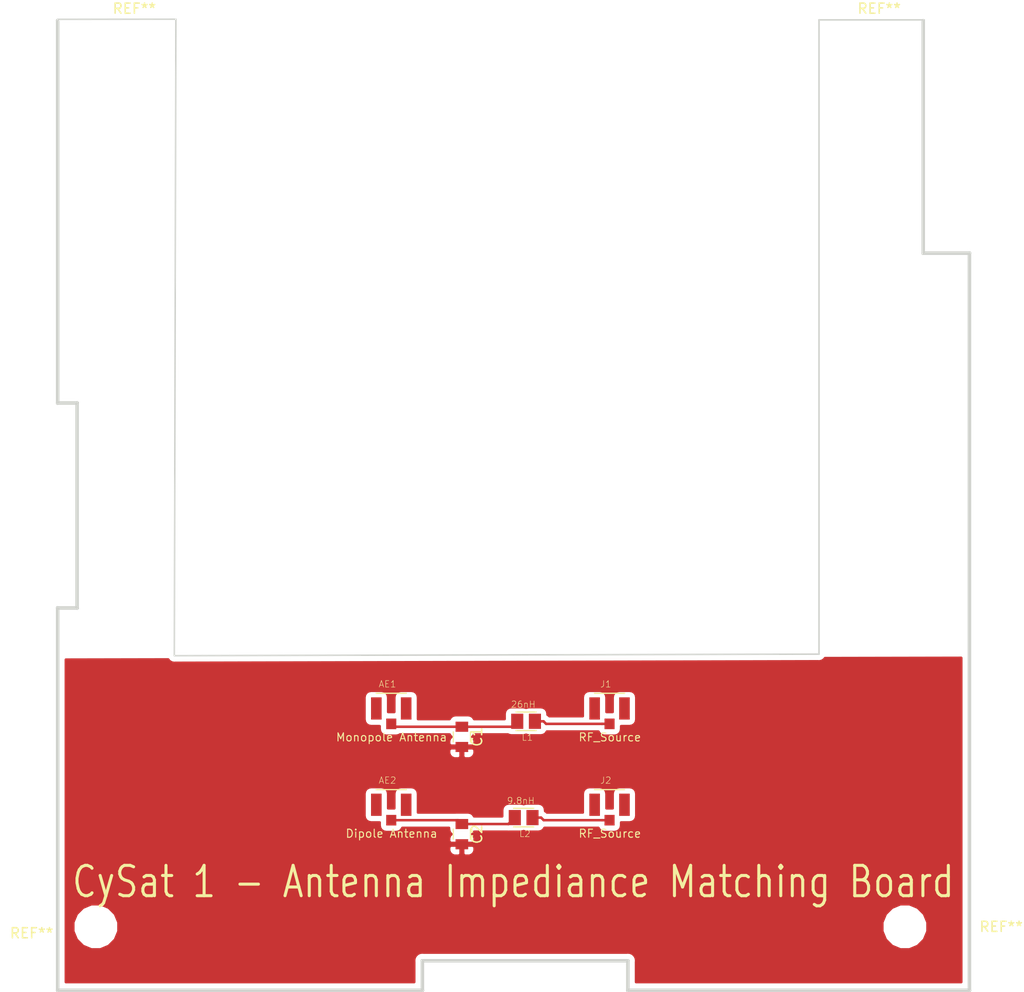
<source format=kicad_pcb>
(kicad_pcb (version 20171130) (host pcbnew 5.0.0)

  (general
    (thickness 1.6)
    (drawings 279)
    (tracks 18)
    (zones 0)
    (modules 12)
    (nets 6)
  )

  (page A4)
  (layers
    (0 F.Cu signal)
    (31 B.Cu signal)
    (32 B.Adhes user)
    (33 F.Adhes user)
    (34 B.Paste user)
    (35 F.Paste user)
    (36 B.SilkS user)
    (37 F.SilkS user)
    (38 B.Mask user)
    (39 F.Mask user)
    (40 Dwgs.User user)
    (41 Cmts.User user)
    (42 Eco1.User user)
    (43 Eco2.User user)
    (44 Edge.Cuts user)
    (45 Margin user)
    (46 B.CrtYd user)
    (47 F.CrtYd user)
    (48 B.Fab user)
    (49 F.Fab user)
  )

  (setup
    (last_trace_width 0.25)
    (trace_clearance 0.2032)
    (zone_clearance 0.508)
    (zone_45_only no)
    (trace_min 0.2)
    (segment_width 0.2)
    (edge_width 0.15)
    (via_size 0.508)
    (via_drill 0.4318)
    (via_min_size 0.4)
    (via_min_drill 0.3)
    (uvia_size 0.254)
    (uvia_drill 0.1)
    (uvias_allowed no)
    (uvia_min_size 0)
    (uvia_min_drill 0)
    (pcb_text_width 0.3)
    (pcb_text_size 1.5 1.5)
    (mod_edge_width 0.15)
    (mod_text_size 1 1)
    (mod_text_width 0.15)
    (pad_size 0.5 0.375)
    (pad_drill 0)
    (pad_to_mask_clearance 0.2)
    (aux_axis_origin 0 0)
    (visible_elements FFFFFF7F)
    (pcbplotparams
      (layerselection 0x010f8_ffffffff)
      (usegerberextensions true)
      (usegerberattributes false)
      (usegerberadvancedattributes false)
      (creategerberjobfile false)
      (excludeedgelayer true)
      (linewidth 0.100000)
      (plotframeref false)
      (viasonmask false)
      (mode 1)
      (useauxorigin false)
      (hpglpennumber 1)
      (hpglpenspeed 20)
      (hpglpendiameter 15.000000)
      (psnegative false)
      (psa4output false)
      (plotreference true)
      (plotvalue true)
      (plotinvisibletext false)
      (padsonsilk true)
      (subtractmaskfromsilk false)
      (outputformat 1)
      (mirror false)
      (drillshape 0)
      (scaleselection 1)
      (outputdirectory "gerber/"))
  )

  (net 0 "")
  (net 1 GND)
  (net 2 "Net-(AE1-Pad1)")
  (net 3 "Net-(AE2-Pad1)")
  (net 4 "Net-(J1-Pad1)")
  (net 5 "Net-(J2-Pad1)")

  (net_class Default "This is the default net class."
    (clearance 0.2032)
    (trace_width 0.25)
    (via_dia 0.508)
    (via_drill 0.4318)
    (uvia_dia 0.254)
    (uvia_drill 0.1)
    (add_net GND)
    (add_net "Net-(AE1-Pad1)")
    (add_net "Net-(AE2-Pad1)")
    (add_net "Net-(J1-Pad1)")
    (add_net "Net-(J2-Pad1)")
  )

  (module Mounting_Holes:MountingHole_3.2mm_M3 (layer F.Cu) (tedit 56D1B4CB) (tstamp 5B3688B3)
    (at 113.03 53.34)
    (descr "Mounting Hole 3.2mm, no annular, M3")
    (tags "mounting hole 3.2mm no annular m3")
    (attr virtual)
    (fp_text reference REF** (at 0 -5.08) (layer F.SilkS)
      (effects (font (size 1 1) (thickness 0.15)))
    )
    (fp_text value MountingHole_3.2mm_M3 (at 0 4.2) (layer F.Fab)
      (effects (font (size 1 1) (thickness 0.15)))
    )
    (fp_text user %R (at 0.3 0) (layer F.Fab)
      (effects (font (size 1 1) (thickness 0.15)))
    )
    (fp_circle (center 0 0) (end 3.2 0) (layer Cmts.User) (width 0.15))
    (fp_circle (center 0 0) (end 3.45 0) (layer F.CrtYd) (width 0.05))
    (pad 1 np_thru_hole circle (at 0 0) (size 3.2 3.2) (drill 3.2) (layers *.Cu *.Mask))
  )

  (module Mounting_Holes:MountingHole_3.2mm_M3 (layer F.Cu) (tedit 56D1B4CB) (tstamp 5B9D6C4D)
    (at 186.69 53.34)
    (descr "Mounting Hole 3.2mm, no annular, M3")
    (tags "mounting hole 3.2mm no annular m3")
    (attr virtual)
    (fp_text reference REF** (at 0 -5.08) (layer F.SilkS)
      (effects (font (size 1 1) (thickness 0.15)))
    )
    (fp_text value MountingHole_3.2mm_M3 (at 0 4.2) (layer F.Fab)
      (effects (font (size 1 1) (thickness 0.15)))
    )
    (fp_text user %R (at 0.3 0) (layer F.Fab)
      (effects (font (size 1 1) (thickness 0.15)))
    )
    (fp_circle (center 0 0) (end 3.2 0) (layer Cmts.User) (width 0.15))
    (fp_circle (center 0 0) (end 3.45 0) (layer F.CrtYd) (width 0.05))
    (pad 1 np_thru_hole circle (at 0 0) (size 3.2 3.2) (drill 3.2) (layers *.Cu *.Mask))
  )

  (module Mounting_Holes:MountingHole_3.2mm_M3 (layer F.Cu) (tedit 56D1B4CB) (tstamp 5B36892E)
    (at 109.22 139.07)
    (descr "Mounting Hole 3.2mm, no annular, M3")
    (tags "mounting hole 3.2mm no annular m3")
    (attr virtual)
    (fp_text reference REF** (at -6.35 0.63) (layer F.SilkS)
      (effects (font (size 1 1) (thickness 0.15)))
    )
    (fp_text value MountingHole_3.2mm_M3 (at 0 4.2) (layer F.Fab)
      (effects (font (size 1 1) (thickness 0.15)))
    )
    (fp_text user %R (at 0.3 0) (layer F.Fab)
      (effects (font (size 1 1) (thickness 0.15)))
    )
    (fp_circle (center 0 0) (end 3.2 0) (layer Cmts.User) (width 0.15))
    (fp_circle (center 0 0) (end 3.45 0) (layer F.CrtYd) (width 0.05))
    (pad 1 np_thru_hole circle (at 0 0) (size 3.2 3.2) (drill 3.2) (layers *.Cu *.Mask))
  )

  (module Mounting_Holes:MountingHole_3.2mm_M3 (layer F.Cu) (tedit 56D1B4CB) (tstamp 5B368931)
    (at 189.23 139.07)
    (descr "Mounting Hole 3.2mm, no annular, M3")
    (tags "mounting hole 3.2mm no annular m3")
    (attr virtual)
    (fp_text reference REF** (at 9.525 -0.005) (layer F.SilkS)
      (effects (font (size 1 1) (thickness 0.15)))
    )
    (fp_text value MountingHole_3.2mm_M3 (at 0 4.2) (layer F.Fab)
      (effects (font (size 1 1) (thickness 0.15)))
    )
    (fp_text user %R (at 0.3 0) (layer F.Fab)
      (effects (font (size 1 1) (thickness 0.15)))
    )
    (fp_circle (center 0 0) (end 3.2 0) (layer Cmts.User) (width 0.15))
    (fp_circle (center 0 0) (end 3.45 0) (layer F.CrtYd) (width 0.05))
    (pad 1 np_thru_hole circle (at 0 0) (size 3.2 3.2) (drill 3.2) (layers *.Cu *.Mask))
  )

  (module 1909763-1:TE_1909763-1 (layer F.Cu) (tedit 5B9D6A6C) (tstamp 5B6003F1)
    (at 138.43 117.475)
    (path /5B5FCE66)
    (attr smd)
    (fp_text reference AE1 (at -0.375082 -2.41076) (layer F.SilkS)
      (effects (font (size 0.641159 0.641159) (thickness 0.05)))
    )
    (fp_text value "Monopole Antenna" (at 0.032067 2.84966) (layer F.SilkS)
      (effects (font (size 0.8 0.8) (thickness 0.1)))
    )
    (fp_line (start -1.5 -1.5) (end 1.5 -1.5) (layer F.SilkS) (width 0.127))
    (fp_line (start 1.5 -1.5) (end 1.5 1.5) (layer Dwgs.User) (width 0.127))
    (fp_line (start 1.5 1.5) (end -1.5 1.5) (layer Dwgs.User) (width 0.127))
    (fp_line (start -1.5 1.5) (end -1.5 -1.5) (layer Dwgs.User) (width 0.127))
    (fp_line (start -2.25 -1.75) (end 2.25 -1.75) (layer Eco1.User) (width 0.05))
    (fp_line (start 2.25 -1.75) (end 2.25 2.28) (layer Eco1.User) (width 0.05))
    (fp_line (start 2.25 2.28) (end -2.25 2.28) (layer Eco1.User) (width 0.05))
    (fp_line (start -2.25 2.28) (end -2.25 -1.75) (layer Eco1.User) (width 0.05))
    (pad 2 smd rect (at -1.475 0) (size 1.05 2.2) (layers F.Cu F.Paste F.Mask))
    (pad 3 smd rect (at 1.475 0) (size 1.05 2.2) (layers F.Cu F.Paste F.Mask))
    (pad 1 smd rect (at 0 1.525) (size 1 1.05) (layers F.Cu F.Paste F.Mask)
      (net 2 "Net-(AE1-Pad1)"))
  )

  (module 1909763-1:TE_1909763-1 (layer F.Cu) (tedit 5B9D6A7C) (tstamp 5B600400)
    (at 138.43 127)
    (path /5B5FCA24)
    (attr smd)
    (fp_text reference AE2 (at -0.375082 -2.41076) (layer F.SilkS)
      (effects (font (size 0.641159 0.641159) (thickness 0.05)))
    )
    (fp_text value "Dipole Antenna" (at 0.032067 2.84966) (layer F.SilkS)
      (effects (font (size 0.8 0.8) (thickness 0.1)))
    )
    (fp_line (start -1.5 -1.5) (end 1.5 -1.5) (layer F.SilkS) (width 0.127))
    (fp_line (start 1.5 -1.5) (end 1.5 1.5) (layer Dwgs.User) (width 0.127))
    (fp_line (start 1.5 1.5) (end -1.5 1.5) (layer Dwgs.User) (width 0.127))
    (fp_line (start -1.5 1.5) (end -1.5 -1.5) (layer Dwgs.User) (width 0.127))
    (fp_line (start -2.25 -1.75) (end 2.25 -1.75) (layer Eco1.User) (width 0.05))
    (fp_line (start 2.25 -1.75) (end 2.25 2.28) (layer Eco1.User) (width 0.05))
    (fp_line (start 2.25 2.28) (end -2.25 2.28) (layer Eco1.User) (width 0.05))
    (fp_line (start -2.25 2.28) (end -2.25 -1.75) (layer Eco1.User) (width 0.05))
    (pad 2 smd rect (at -1.475 0) (size 1.05 2.2) (layers F.Cu F.Paste F.Mask))
    (pad 3 smd rect (at 1.475 0) (size 1.05 2.2) (layers F.Cu F.Paste F.Mask))
    (pad 1 smd rect (at 0 1.525) (size 1 1.05) (layers F.Cu F.Paste F.Mask)
      (net 3 "Net-(AE2-Pad1)"))
  )

  (module Capacitors_SMD:C_0805 (layer F.Cu) (tedit 58AA8463) (tstamp 5B600411)
    (at 145.415 120.285 270)
    (descr "Capacitor SMD 0805, reflow soldering, AVX (see smccp.pdf)")
    (tags "capacitor 0805")
    (path /5B5FCE60)
    (attr smd)
    (fp_text reference C1 (at 0 -1.5 270) (layer F.SilkS)
      (effects (font (size 1 1) (thickness 0.15)))
    )
    (fp_text value 1pF (at 0 1.75 270) (layer F.Fab)
      (effects (font (size 1 1) (thickness 0.15)))
    )
    (fp_line (start 1.75 0.87) (end -1.75 0.87) (layer F.CrtYd) (width 0.05))
    (fp_line (start 1.75 0.87) (end 1.75 -0.88) (layer F.CrtYd) (width 0.05))
    (fp_line (start -1.75 -0.88) (end -1.75 0.87) (layer F.CrtYd) (width 0.05))
    (fp_line (start -1.75 -0.88) (end 1.75 -0.88) (layer F.CrtYd) (width 0.05))
    (fp_line (start -0.5 0.85) (end 0.5 0.85) (layer F.SilkS) (width 0.12))
    (fp_line (start 0.5 -0.85) (end -0.5 -0.85) (layer F.SilkS) (width 0.12))
    (fp_line (start -1 -0.62) (end 1 -0.62) (layer F.Fab) (width 0.1))
    (fp_line (start 1 -0.62) (end 1 0.62) (layer F.Fab) (width 0.1))
    (fp_line (start 1 0.62) (end -1 0.62) (layer F.Fab) (width 0.1))
    (fp_line (start -1 0.62) (end -1 -0.62) (layer F.Fab) (width 0.1))
    (fp_text user %R (at 0 -1.5 270) (layer F.Fab)
      (effects (font (size 1 1) (thickness 0.15)))
    )
    (pad 2 smd rect (at 1 0 270) (size 1 1.25) (layers F.Cu F.Paste F.Mask)
      (net 1 GND))
    (pad 1 smd rect (at -1 0 270) (size 1 1.25) (layers F.Cu F.Paste F.Mask)
      (net 2 "Net-(AE1-Pad1)"))
    (model Capacitors_SMD.3dshapes/C_0805.wrl
      (at (xyz 0 0 0))
      (scale (xyz 1 1 1))
      (rotate (xyz 0 0 0))
    )
  )

  (module Capacitors_SMD:C_0805 (layer F.Cu) (tedit 58AA8463) (tstamp 5B600422)
    (at 145.415 129.905 270)
    (descr "Capacitor SMD 0805, reflow soldering, AVX (see smccp.pdf)")
    (tags "capacitor 0805")
    (path /5B5FC9B2)
    (attr smd)
    (fp_text reference C2 (at 0 -1.5 270) (layer F.SilkS)
      (effects (font (size 1 1) (thickness 0.15)))
    )
    (fp_text value 1pF (at 0 1.75 270) (layer F.Fab)
      (effects (font (size 1 1) (thickness 0.15)))
    )
    (fp_text user %R (at 0 -1.5 270) (layer F.Fab)
      (effects (font (size 1 1) (thickness 0.15)))
    )
    (fp_line (start -1 0.62) (end -1 -0.62) (layer F.Fab) (width 0.1))
    (fp_line (start 1 0.62) (end -1 0.62) (layer F.Fab) (width 0.1))
    (fp_line (start 1 -0.62) (end 1 0.62) (layer F.Fab) (width 0.1))
    (fp_line (start -1 -0.62) (end 1 -0.62) (layer F.Fab) (width 0.1))
    (fp_line (start 0.5 -0.85) (end -0.5 -0.85) (layer F.SilkS) (width 0.12))
    (fp_line (start -0.5 0.85) (end 0.5 0.85) (layer F.SilkS) (width 0.12))
    (fp_line (start -1.75 -0.88) (end 1.75 -0.88) (layer F.CrtYd) (width 0.05))
    (fp_line (start -1.75 -0.88) (end -1.75 0.87) (layer F.CrtYd) (width 0.05))
    (fp_line (start 1.75 0.87) (end 1.75 -0.88) (layer F.CrtYd) (width 0.05))
    (fp_line (start 1.75 0.87) (end -1.75 0.87) (layer F.CrtYd) (width 0.05))
    (pad 1 smd rect (at -1 0 270) (size 1 1.25) (layers F.Cu F.Paste F.Mask)
      (net 3 "Net-(AE2-Pad1)"))
    (pad 2 smd rect (at 1 0 270) (size 1 1.25) (layers F.Cu F.Paste F.Mask)
      (net 1 GND))
    (model Capacitors_SMD.3dshapes/C_0805.wrl
      (at (xyz 0 0 0))
      (scale (xyz 1 1 1))
      (rotate (xyz 0 0 0))
    )
  )

  (module 1909763-1:TE_1909763-1 (layer F.Cu) (tedit 5B9D6A82) (tstamp 5B600431)
    (at 160.02 117.475)
    (path /5B5FCE7A)
    (attr smd)
    (fp_text reference J1 (at -0.375082 -2.41076) (layer F.SilkS)
      (effects (font (size 0.641159 0.641159) (thickness 0.05)))
    )
    (fp_text value RF_Source (at 0.032067 2.84966) (layer F.SilkS)
      (effects (font (size 0.8 0.8) (thickness 0.1)))
    )
    (fp_line (start -2.25 2.28) (end -2.25 -1.75) (layer Eco1.User) (width 0.05))
    (fp_line (start 2.25 2.28) (end -2.25 2.28) (layer Eco1.User) (width 0.05))
    (fp_line (start 2.25 -1.75) (end 2.25 2.28) (layer Eco1.User) (width 0.05))
    (fp_line (start -2.25 -1.75) (end 2.25 -1.75) (layer Eco1.User) (width 0.05))
    (fp_line (start -1.5 1.5) (end -1.5 -1.5) (layer Dwgs.User) (width 0.127))
    (fp_line (start 1.5 1.5) (end -1.5 1.5) (layer Dwgs.User) (width 0.127))
    (fp_line (start 1.5 -1.5) (end 1.5 1.5) (layer Dwgs.User) (width 0.127))
    (fp_line (start -1.5 -1.5) (end 1.5 -1.5) (layer F.SilkS) (width 0.127))
    (pad 1 smd rect (at 0 1.525) (size 1 1.05) (layers F.Cu F.Paste F.Mask)
      (net 4 "Net-(J1-Pad1)"))
    (pad 3 smd rect (at 1.475 0) (size 1.05 2.2) (layers F.Cu F.Paste F.Mask))
    (pad 2 smd rect (at -1.475 0) (size 1.05 2.2) (layers F.Cu F.Paste F.Mask))
  )

  (module 1909763-1:TE_1909763-1 (layer F.Cu) (tedit 5B9D6A8B) (tstamp 5B600440)
    (at 160.02 127)
    (path /5B5FCB81)
    (attr smd)
    (fp_text reference J2 (at -0.375082 -2.41076) (layer F.SilkS)
      (effects (font (size 0.641159 0.641159) (thickness 0.05)))
    )
    (fp_text value RF_Source (at 0.032067 2.84966) (layer F.SilkS)
      (effects (font (size 0.8 0.8) (thickness 0.1)))
    )
    (fp_line (start -2.25 2.28) (end -2.25 -1.75) (layer Eco1.User) (width 0.05))
    (fp_line (start 2.25 2.28) (end -2.25 2.28) (layer Eco1.User) (width 0.05))
    (fp_line (start 2.25 -1.75) (end 2.25 2.28) (layer Eco1.User) (width 0.05))
    (fp_line (start -2.25 -1.75) (end 2.25 -1.75) (layer Eco1.User) (width 0.05))
    (fp_line (start -1.5 1.5) (end -1.5 -1.5) (layer Dwgs.User) (width 0.127))
    (fp_line (start 1.5 1.5) (end -1.5 1.5) (layer Dwgs.User) (width 0.127))
    (fp_line (start 1.5 -1.5) (end 1.5 1.5) (layer Dwgs.User) (width 0.127))
    (fp_line (start -1.5 -1.5) (end 1.5 -1.5) (layer F.SilkS) (width 0.127))
    (pad 1 smd rect (at 0 1.525) (size 1 1.05) (layers F.Cu F.Paste F.Mask)
      (net 5 "Net-(J2-Pad1)"))
    (pad 3 smd rect (at 1.475 0) (size 1.05 2.2) (layers F.Cu F.Paste F.Mask))
    (pad 2 smd rect (at -1.475 0) (size 1.05 2.2) (layers F.Cu F.Paste F.Mask))
  )

  (module "MLZ2012N6R8LT000 Inductor:INDC2012X125" (layer F.Cu) (tedit 0) (tstamp 5B600452)
    (at 151.765 118.745 180)
    (path /5B5FCE5A)
    (attr smd)
    (fp_text reference L1 (at -0.120171 -1.59728 180) (layer F.SilkS)
      (effects (font (size 0.630821 0.630821) (thickness 0.05)))
    )
    (fp_text value 26nH (at 0.280351 1.66709 180) (layer F.SilkS)
      (effects (font (size 0.63071 0.63071) (thickness 0.05)))
    )
    (fp_line (start -1 0.915) (end 1 0.915) (layer F.SilkS) (width 0.127))
    (fp_line (start -1 -0.915) (end 1 -0.915) (layer F.SilkS) (width 0.127))
    (fp_poly (pts (xy 0.500003 -0.6) (xy 1 -0.6) (xy 1 0.600003) (xy 0.500003 0.600003)) (layer Dwgs.User) (width 0))
    (fp_poly (pts (xy -1.00119 -0.6) (xy -0.5 -0.6) (xy -0.5 0.600713) (xy -1.00119 0.600713)) (layer Dwgs.User) (width 0))
    (fp_line (start -1 0.6) (end -1 -0.6) (layer Dwgs.User) (width 0.127))
    (fp_line (start 1 0.6) (end -1 0.6) (layer Dwgs.User) (width 0.127))
    (fp_line (start 1 -0.6) (end 1 0.6) (layer Dwgs.User) (width 0.127))
    (fp_line (start -1 -0.6) (end 1 -0.6) (layer Dwgs.User) (width 0.127))
    (fp_line (start 1.748 -1.233) (end 1.748 1.233) (layer Eco1.User) (width 0.05))
    (fp_line (start -1.748 1.233) (end -1.748 -1.233) (layer Eco1.User) (width 0.05))
    (fp_line (start 1.748 1.233) (end -1.748 1.233) (layer Eco1.User) (width 0.05))
    (fp_line (start -1.748 -1.233) (end 1.748 -1.233) (layer Eco1.User) (width 0.05))
    (pad 2 smd rect (at 0.875 0 180) (size 1.2 1.5) (layers F.Cu F.Paste F.Mask)
      (net 2 "Net-(AE1-Pad1)"))
    (pad 1 smd rect (at -0.875 0 180) (size 1.2 1.5) (layers F.Cu F.Paste F.Mask)
      (net 4 "Net-(J1-Pad1)"))
  )

  (module "MLZ2012N6R8LT000 Inductor:INDC2012X125" (layer F.Cu) (tedit 0) (tstamp 5B600464)
    (at 151.525 128.27 180)
    (path /5B5FC8DE)
    (attr smd)
    (fp_text reference L2 (at -0.120171 -1.59728 180) (layer F.SilkS)
      (effects (font (size 0.630821 0.630821) (thickness 0.05)))
    )
    (fp_text value 9.8nH (at 0.280351 1.66709 180) (layer F.SilkS)
      (effects (font (size 0.63071 0.63071) (thickness 0.05)))
    )
    (fp_line (start -1.748 -1.233) (end 1.748 -1.233) (layer Eco1.User) (width 0.05))
    (fp_line (start 1.748 1.233) (end -1.748 1.233) (layer Eco1.User) (width 0.05))
    (fp_line (start -1.748 1.233) (end -1.748 -1.233) (layer Eco1.User) (width 0.05))
    (fp_line (start 1.748 -1.233) (end 1.748 1.233) (layer Eco1.User) (width 0.05))
    (fp_line (start -1 -0.6) (end 1 -0.6) (layer Dwgs.User) (width 0.127))
    (fp_line (start 1 -0.6) (end 1 0.6) (layer Dwgs.User) (width 0.127))
    (fp_line (start 1 0.6) (end -1 0.6) (layer Dwgs.User) (width 0.127))
    (fp_line (start -1 0.6) (end -1 -0.6) (layer Dwgs.User) (width 0.127))
    (fp_poly (pts (xy -1.00119 -0.6) (xy -0.5 -0.6) (xy -0.5 0.600713) (xy -1.00119 0.600713)) (layer Dwgs.User) (width 0))
    (fp_poly (pts (xy 0.500003 -0.6) (xy 1 -0.6) (xy 1 0.600003) (xy 0.500003 0.600003)) (layer Dwgs.User) (width 0))
    (fp_line (start -1 -0.915) (end 1 -0.915) (layer F.SilkS) (width 0.127))
    (fp_line (start -1 0.915) (end 1 0.915) (layer F.SilkS) (width 0.127))
    (pad 1 smd rect (at -0.875 0 180) (size 1.2 1.5) (layers F.Cu F.Paste F.Mask)
      (net 5 "Net-(J2-Pad1)"))
    (pad 2 smd rect (at 0.875 0 180) (size 1.2 1.5) (layers F.Cu F.Paste F.Mask)
      (net 3 "Net-(AE2-Pad1)"))
  )

  (gr_text "CySat 1 - Antenna Impediance Matching Board" (at 150.495 134.62) (layer F.SilkS)
    (effects (font (size 3 2.4) (thickness 0.3)))
  )
  (gr_line (start 117.1321 49.3141) (end 105.41 49.3268) (layer Edge.Cuts) (width 0.15))
  (gr_line (start 116.9797 112.2553) (end 117.1321 49.3141) (layer Edge.Cuts) (width 0.15))
  (gr_line (start 180.7337 112.1029) (end 116.9797 112.2553) (layer Edge.Cuts) (width 0.15))
  (gr_line (start 180.7337 49.3776) (end 180.7337 112.1029) (layer Edge.Cuts) (width 0.15))
  (gr_line (start 190.9953 49.3776) (end 180.7337 49.3776) (layer Edge.Cuts) (width 0.15))
  (gr_line (start 161.825 145.422) (end 161.819 145.422) (layer Edge.Cuts) (width 0.2))
  (gr_line (start 195.619 145.422) (end 195.619 145.422) (layer Edge.Cuts) (width 0.2))
  (gr_line (start 191.055 49.382) (end 191.061 49.3843) (layer Edge.Cuts) (width 0.2))
  (gr_line (start 191.061 49.3843) (end 191.068 49.3854) (layer Edge.Cuts) (width 0.2))
  (gr_line (start 107.435 87.2475) (end 107.437 87.2538) (layer Edge.Cuts) (width 0.2))
  (gr_line (start 107.434 87.241) (end 107.435 87.2475) (layer Edge.Cuts) (width 0.2))
  (gr_line (start 191.068 49.3854) (end 191.074 49.3888) (layer Edge.Cuts) (width 0.2))
  (gr_line (start 195.687 72.4338) (end 195.687 72.4404) (layer Edge.Cuts) (width 0.2))
  (gr_line (start 141.531 145.42) (end 141.525 145.422) (layer Edge.Cuts) (width 0.2))
  (gr_line (start 191.074 49.3888) (end 191.08 49.391) (layer Edge.Cuts) (width 0.2))
  (gr_line (start 141.587 145.36) (end 141.585 145.366) (layer Edge.Cuts) (width 0.2))
  (gr_line (start 141.55 145.413) (end 141.544 145.415) (layer Edge.Cuts) (width 0.2))
  (gr_line (start 105.38 87.3102) (end 105.376 87.3051) (layer Edge.Cuts) (width 0.2))
  (gr_line (start 105.384 87.316) (end 105.38 87.3102) (layer Edge.Cuts) (width 0.2))
  (gr_line (start 161.789 145.409) (end 161.783 145.405) (layer Edge.Cuts) (width 0.2))
  (gr_line (start 190.967 72.4338) (end 190.967 49.532) (layer Edge.Cuts) (width 0.2))
  (gr_line (start 105.399 49.3953) (end 105.404 49.391) (layer Edge.Cuts) (width 0.2))
  (gr_line (start 105.393 49.3987) (end 105.399 49.3953) (layer Edge.Cuts) (width 0.2))
  (gr_line (start 107.424 87.2238) (end 107.428 87.2289) (layer Edge.Cuts) (width 0.2))
  (gr_line (start 107.42 87.218) (end 107.424 87.2238) (layer Edge.Cuts) (width 0.2))
  (gr_line (start 105.517 145.272) (end 141.437 145.272) (layer Edge.Cuts) (width 0.2))
  (gr_line (start 105.517 107.612) (end 105.517 145.272) (layer Edge.Cuts) (width 0.2))
  (gr_line (start 161.904 142.401) (end 161.905 142.408) (layer Edge.Cuts) (width 0.2))
  (gr_line (start 161.9 142.395) (end 161.904 142.401) (layer Edge.Cuts) (width 0.2))
  (gr_line (start 161.858 142.355) (end 161.864 142.359) (layer Edge.Cuts) (width 0.2))
  (gr_line (start 161.851 142.354) (end 161.858 142.355) (layer Edge.Cuts) (width 0.2))
  (gr_line (start 161.794 145.413) (end 161.789 145.409) (layer Edge.Cuts) (width 0.2))
  (gr_line (start 141.493 142.354) (end 141.499 142.352) (layer Edge.Cuts) (width 0.2))
  (gr_line (start 141.486 142.355) (end 141.493 142.354) (layer Edge.Cuts) (width 0.2))
  (gr_line (start 105.404 107.471) (end 105.41 107.469) (layer Edge.Cuts) (width 0.2))
  (gr_line (start 105.399 107.475) (end 105.404 107.471) (layer Edge.Cuts) (width 0.2))
  (gr_line (start 191.08 49.391) (end 191.085 49.3953) (layer Edge.Cuts) (width 0.2))
  (gr_line (start 195.684 72.421) (end 195.685 72.4275) (layer Edge.Cuts) (width 0.2))
  (gr_line (start 191.085 49.3953) (end 191.091 49.3987) (layer Edge.Cuts) (width 0.2))
  (gr_line (start 105.416 145.419) (end 105.41 145.415) (layer Edge.Cuts) (width 0.2))
  (gr_line (start 105.376 145.385) (end 105.374 145.379) (layer Edge.Cuts) (width 0.2))
  (gr_line (start 105.38 145.39) (end 105.376 145.385) (layer Edge.Cuts) (width 0.2))
  (gr_line (start 141.439 142.408) (end 141.44 142.401) (layer Edge.Cuts) (width 0.2))
  (gr_line (start 141.437 142.414) (end 141.439 142.408) (layer Edge.Cuts) (width 0.2))
  (gr_line (start 191.091 49.3987) (end 191.095 49.4038) (layer Edge.Cuts) (width 0.2))
  (gr_line (start 141.544 145.415) (end 141.538 145.419) (layer Edge.Cuts) (width 0.2))
  (gr_line (start 161.907 142.42) (end 161.907 145.272) (layer Edge.Cuts) (width 0.2))
  (gr_line (start 161.907 142.42) (end 161.907 142.42) (layer Edge.Cuts) (width 0.2))
  (gr_line (start 195.687 145.354) (end 195.687 145.36) (layer Edge.Cuts) (width 0.2))
  (gr_line (start 141.587 142.502) (end 141.587 145.354) (layer Edge.Cuts) (width 0.2))
  (gr_line (start 107.4 107.603) (end 107.394 107.605) (layer Edge.Cuts) (width 0.2))
  (gr_line (start 107.405 107.599) (end 107.4 107.603) (layer Edge.Cuts) (width 0.2))
  (gr_line (start 195.678 145.385) (end 195.674 145.39) (layer Edge.Cuts) (width 0.2))
  (gr_line (start 195.655 145.409) (end 195.65 145.413) (layer Edge.Cuts) (width 0.2))
  (gr_line (start 141.587 145.354) (end 141.587 145.354) (layer Edge.Cuts) (width 0.2))
  (gr_line (start 195.684 145.373) (end 195.68 145.379) (layer Edge.Cuts) (width 0.2))
  (gr_line (start 195.68 145.379) (end 195.678 145.385) (layer Edge.Cuts) (width 0.2))
  (gr_line (start 195.665 145.4) (end 195.661 145.405) (layer Edge.Cuts) (width 0.2))
  (gr_line (start 195.67 145.396) (end 195.665 145.4) (layer Edge.Cuts) (width 0.2))
  (gr_line (start 195.638 145.419) (end 195.631 145.42) (layer Edge.Cuts) (width 0.2))
  (gr_line (start 107.437 107.55) (end 107.435 107.556) (layer Edge.Cuts) (width 0.2))
  (gr_line (start 107.437 107.544) (end 107.437 107.55) (layer Edge.Cuts) (width 0.2))
  (gr_line (start 190.967 72.4602) (end 190.967 72.4338) (layer Edge.Cuts) (width 0.2))
  (gr_line (start 190.969 72.4665) (end 190.967 72.4602) (layer Edge.Cuts) (width 0.2))
  (gr_line (start 161.757 142.502) (end 141.587 142.502) (layer Edge.Cuts) (width 0.2))
  (gr_line (start 195.631 72.3743) (end 195.638 72.3754) (layer Edge.Cuts) (width 0.2))
  (gr_line (start 105.435 145.422) (end 105.429 145.422) (layer Edge.Cuts) (width 0.2))
  (gr_line (start 195.687 145.36) (end 195.685 145.366) (layer Edge.Cuts) (width 0.2))
  (gr_line (start 195.625 72.372) (end 195.631 72.3743) (layer Edge.Cuts) (width 0.2))
  (gr_line (start 107.434 107.563) (end 107.43 107.569) (layer Edge.Cuts) (width 0.2))
  (gr_line (start 107.435 107.556) (end 107.434 107.563) (layer Edge.Cuts) (width 0.2))
  (gr_line (start 105.367 107.524) (end 105.369 107.518) (layer Edge.Cuts) (width 0.2))
  (gr_line (start 105.367 107.53) (end 105.367 107.524) (layer Edge.Cuts) (width 0.2))
  (gr_line (start 195.687 72.4404) (end 195.687 72.4404) (layer Edge.Cuts) (width 0.2))
  (gr_line (start 191.049 49.382) (end 191.055 49.382) (layer Edge.Cuts) (width 0.2))
  (gr_line (start 105.393 145.405) (end 105.389 145.4) (layer Edge.Cuts) (width 0.2))
  (gr_line (start 161.774 145.396) (end 161.77 145.39) (layer Edge.Cuts) (width 0.2))
  (gr_line (start 141.437 142.42) (end 141.437 142.414) (layer Edge.Cuts) (width 0.2))
  (gr_line (start 141.437 145.272) (end 141.437 142.42) (layer Edge.Cuts) (width 0.2))
  (gr_line (start 161.779 145.4) (end 161.774 145.396) (layer Edge.Cuts) (width 0.2))
  (gr_line (start 105.374 87.2988) (end 105.37 87.293) (layer Edge.Cuts) (width 0.2))
  (gr_line (start 105.376 87.3051) (end 105.374 87.2988) (layer Edge.Cuts) (width 0.2))
  (gr_line (start 161.8 145.415) (end 161.794 145.413) (layer Edge.Cuts) (width 0.2))
  (gr_line (start 141.538 145.419) (end 141.531 145.42) (layer Edge.Cuts) (width 0.2))
  (gr_line (start 195.687 72.4404) (end 195.687 145.354) (layer Edge.Cuts) (width 0.2))
  (gr_line (start 141.519 145.422) (end 105.435 145.422) (layer Edge.Cuts) (width 0.2))
  (gr_line (start 195.674 72.4038) (end 195.678 72.4089) (layer Edge.Cuts) (width 0.2))
  (gr_line (start 141.565 145.4) (end 141.561 145.405) (layer Edge.Cuts) (width 0.2))
  (gr_line (start 105.435 87.342) (end 105.429 87.342) (layer Edge.Cuts) (width 0.2))
  (gr_line (start 105.435 87.342) (end 105.435 87.342) (layer Edge.Cuts) (width 0.2))
  (gr_line (start 195.631 145.42) (end 195.625 145.422) (layer Edge.Cuts) (width 0.2))
  (gr_line (start 141.578 145.385) (end 141.574 145.39) (layer Edge.Cuts) (width 0.2))
  (gr_line (start 195.638 72.3754) (end 195.644 72.3788) (layer Edge.Cuts) (width 0.2))
  (gr_line (start 107.43 87.2352) (end 107.434 87.241) (layer Edge.Cuts) (width 0.2))
  (gr_line (start 107.428 87.2289) (end 107.43 87.2352) (layer Edge.Cuts) (width 0.2))
  (gr_line (start 107.381 87.1943) (end 107.388 87.1954) (layer Edge.Cuts) (width 0.2))
  (gr_line (start 107.375 87.192) (end 107.381 87.1943) (layer Edge.Cuts) (width 0.2))
  (gr_line (start 161.839 142.352) (end 161.839 142.352) (layer Edge.Cuts) (width 0.2))
  (gr_line (start 141.505 142.352) (end 161.839 142.352) (layer Edge.Cuts) (width 0.2))
  (gr_line (start 161.898 142.389) (end 161.9 142.395) (layer Edge.Cuts) (width 0.2))
  (gr_line (start 161.894 142.384) (end 161.898 142.389) (layer Edge.Cuts) (width 0.2))
  (gr_line (start 191.117 49.4504) (end 191.117 72.372) (layer Edge.Cuts) (width 0.2))
  (gr_line (start 105.517 87.192) (end 107.369 87.192) (layer Edge.Cuts) (width 0.2))
  (gr_line (start 105.517 49.532) (end 105.517 87.192) (layer Edge.Cuts) (width 0.2))
  (gr_line (start 105.384 145.396) (end 105.38 145.39) (layer Edge.Cuts) (width 0.2))
  (gr_line (start 195.644 145.415) (end 195.638 145.419) (layer Edge.Cuts) (width 0.2))
  (gr_line (start 195.625 145.422) (end 195.619 145.422) (layer Edge.Cuts) (width 0.2))
  (gr_line (start 191.114 49.431) (end 191.115 49.4375) (layer Edge.Cuts) (width 0.2))
  (gr_line (start 191.035 72.522) (end 191.035 72.522) (layer Edge.Cuts) (width 0.2))
  (gr_line (start 195.537 72.522) (end 191.035 72.522) (layer Edge.Cuts) (width 0.2))
  (gr_line (start 105.389 145.4) (end 105.384 145.396) (layer Edge.Cuts) (width 0.2))
  (gr_line (start 161.825 145.422) (end 161.825 145.422) (layer Edge.Cuts) (width 0.2))
  (gr_line (start 195.537 145.272) (end 195.537 72.522) (layer Edge.Cuts) (width 0.2))
  (gr_line (start 161.907 145.272) (end 195.537 145.272) (layer Edge.Cuts) (width 0.2))
  (gr_line (start 105.376 107.499) (end 105.38 107.494) (layer Edge.Cuts) (width 0.2))
  (gr_line (start 105.374 107.505) (end 105.376 107.499) (layer Edge.Cuts) (width 0.2))
  (gr_line (start 105.369 87.2865) (end 105.367 87.2802) (layer Edge.Cuts) (width 0.2))
  (gr_line (start 105.37 87.293) (end 105.369 87.2865) (layer Edge.Cuts) (width 0.2))
  (gr_line (start 141.561 145.405) (end 141.555 145.409) (layer Edge.Cuts) (width 0.2))
  (gr_line (start 105.416 107.465) (end 105.423 107.464) (layer Edge.Cuts) (width 0.2))
  (gr_line (start 105.41 107.469) (end 105.416 107.465) (layer Edge.Cuts) (width 0.2))
  (gr_line (start 105.374 49.4252) (end 105.376 49.4189) (layer Edge.Cuts) (width 0.2))
  (gr_line (start 105.37 49.431) (end 105.374 49.4252) (layer Edge.Cuts) (width 0.2))
  (gr_line (start 191.049 49.382) (end 191.049 49.382) (layer Edge.Cuts) (width 0.2))
  (gr_line (start 105.435 49.382) (end 105.435 49.382) (layer Edge.Cuts) (width 0.2))
  (gr_line (start 105.429 49.382) (end 105.435 49.382) (layer Edge.Cuts) (width 0.2))
  (gr_line (start 107.405 87.2053) (end 107.411 87.2087) (layer Edge.Cuts) (width 0.2))
  (gr_line (start 107.4 87.201) (end 107.405 87.2053) (layer Edge.Cuts) (width 0.2))
  (gr_line (start 107.415 87.2138) (end 107.42 87.218) (layer Edge.Cuts) (width 0.2))
  (gr_line (start 107.411 87.2087) (end 107.415 87.2138) (layer Edge.Cuts) (width 0.2))
  (gr_line (start 141.505 142.352) (end 141.505 142.352) (layer Edge.Cuts) (width 0.2))
  (gr_line (start 141.499 142.352) (end 141.505 142.352) (layer Edge.Cuts) (width 0.2))
  (gr_line (start 105.384 107.488) (end 105.389 107.484) (layer Edge.Cuts) (width 0.2))
  (gr_line (start 105.38 107.494) (end 105.384 107.488) (layer Edge.Cuts) (width 0.2))
  (gr_line (start 107.388 107.609) (end 107.381 107.61) (layer Edge.Cuts) (width 0.2))
  (gr_line (start 107.394 107.605) (end 107.388 107.609) (layer Edge.Cuts) (width 0.2))
  (gr_line (start 107.437 107.544) (end 107.437 107.544) (layer Edge.Cuts) (width 0.2))
  (gr_line (start 107.437 87.2604) (end 107.437 107.544) (layer Edge.Cuts) (width 0.2))
  (gr_line (start 105.38 49.4138) (end 105.384 49.408) (layer Edge.Cuts) (width 0.2))
  (gr_line (start 105.376 49.4189) (end 105.38 49.4138) (layer Edge.Cuts) (width 0.2))
  (gr_line (start 105.399 145.409) (end 105.393 145.405) (layer Edge.Cuts) (width 0.2))
  (gr_line (start 195.661 72.3887) (end 195.665 72.3938) (layer Edge.Cuts) (width 0.2))
  (gr_line (start 191.095 49.4038) (end 191.1 49.408) (layer Edge.Cuts) (width 0.2))
  (gr_line (start 141.587 145.354) (end 141.587 145.36) (layer Edge.Cuts) (width 0.2))
  (gr_line (start 141.58 145.379) (end 141.578 145.385) (layer Edge.Cuts) (width 0.2))
  (gr_line (start 105.37 145.373) (end 105.369 145.366) (layer Edge.Cuts) (width 0.2))
  (gr_line (start 105.374 145.379) (end 105.37 145.373) (layer Edge.Cuts) (width 0.2))
  (gr_line (start 107.394 87.1988) (end 107.4 87.201) (layer Edge.Cuts) (width 0.2))
  (gr_line (start 107.388 87.1954) (end 107.394 87.1988) (layer Edge.Cuts) (width 0.2))
  (gr_line (start 195.687 145.354) (end 195.687 145.354) (layer Edge.Cuts) (width 0.2))
  (gr_line (start 105.367 49.4504) (end 105.367 49.4438) (layer Edge.Cuts) (width 0.2))
  (gr_line (start 105.367 49.4504) (end 105.367 49.4504) (layer Edge.Cuts) (width 0.2))
  (gr_line (start 161.907 142.414) (end 161.907 142.42) (layer Edge.Cuts) (width 0.2))
  (gr_line (start 161.905 142.408) (end 161.907 142.414) (layer Edge.Cuts) (width 0.2))
  (gr_line (start 141.555 145.409) (end 141.55 145.413) (layer Edge.Cuts) (width 0.2))
  (gr_line (start 105.404 145.413) (end 105.399 145.409) (layer Edge.Cuts) (width 0.2))
  (gr_line (start 105.367 87.2538) (end 105.367 49.4504) (layer Edge.Cuts) (width 0.2))
  (gr_line (start 105.367 87.2802) (end 105.367 87.2538) (layer Edge.Cuts) (width 0.2))
  (gr_line (start 141.469 142.365) (end 141.474 142.361) (layer Edge.Cuts) (width 0.2))
  (gr_line (start 141.463 142.369) (end 141.469 142.365) (layer Edge.Cuts) (width 0.2))
  (gr_line (start 191.029 72.522) (end 191.023 72.5197) (layer Edge.Cuts) (width 0.2))
  (gr_line (start 191.035 72.522) (end 191.029 72.522) (layer Edge.Cuts) (width 0.2))
  (gr_line (start 190.993 72.5053) (end 190.989 72.5002) (layer Edge.Cuts) (width 0.2))
  (gr_line (start 190.999 72.5087) (end 190.993 72.5053) (layer Edge.Cuts) (width 0.2))
  (gr_line (start 190.984 72.496) (end 190.98 72.4902) (layer Edge.Cuts) (width 0.2))
  (gr_line (start 190.989 72.5002) (end 190.984 72.496) (layer Edge.Cuts) (width 0.2))
  (gr_line (start 191.117 49.4504) (end 191.117 49.4504) (layer Edge.Cuts) (width 0.2))
  (gr_line (start 195.674 145.39) (end 195.67 145.396) (layer Edge.Cuts) (width 0.2))
  (gr_line (start 105.389 49.4038) (end 105.393 49.3987) (layer Edge.Cuts) (width 0.2))
  (gr_line (start 105.384 49.408) (end 105.389 49.4038) (layer Edge.Cuts) (width 0.2))
  (gr_line (start 141.48 142.359) (end 141.486 142.355) (layer Edge.Cuts) (width 0.2))
  (gr_line (start 141.474 142.361) (end 141.48 142.359) (layer Edge.Cuts) (width 0.2))
  (gr_line (start 105.367 107.53) (end 105.367 107.53) (layer Edge.Cuts) (width 0.2))
  (gr_line (start 105.367 145.334) (end 105.367 107.53) (layer Edge.Cuts) (width 0.2))
  (gr_line (start 105.399 87.3287) (end 105.393 87.3253) (layer Edge.Cuts) (width 0.2))
  (gr_line (start 105.404 87.333) (end 105.399 87.3287) (layer Edge.Cuts) (width 0.2))
  (gr_line (start 161.845 142.352) (end 161.851 142.354) (layer Edge.Cuts) (width 0.2))
  (gr_line (start 161.839 142.352) (end 161.845 142.352) (layer Edge.Cuts) (width 0.2))
  (gr_line (start 191.115 49.4375) (end 191.117 49.4438) (layer Edge.Cuts) (width 0.2))
  (gr_line (start 107.369 107.612) (end 105.517 107.612) (layer Edge.Cuts) (width 0.2))
  (gr_line (start 107.369 107.612) (end 107.369 107.612) (layer Edge.Cuts) (width 0.2))
  (gr_line (start 195.661 145.405) (end 195.655 145.409) (layer Edge.Cuts) (width 0.2))
  (gr_line (start 107.369 87.192) (end 107.375 87.192) (layer Edge.Cuts) (width 0.2))
  (gr_line (start 107.369 87.192) (end 107.369 87.192) (layer Edge.Cuts) (width 0.2))
  (gr_line (start 105.429 107.462) (end 105.435 107.462) (layer Edge.Cuts) (width 0.2))
  (gr_line (start 105.423 107.464) (end 105.429 107.462) (layer Edge.Cuts) (width 0.2))
  (gr_line (start 190.976 72.4851) (end 190.974 72.4788) (layer Edge.Cuts) (width 0.2))
  (gr_line (start 190.98 72.4902) (end 190.976 72.4851) (layer Edge.Cuts) (width 0.2))
  (gr_line (start 195.619 72.372) (end 195.625 72.372) (layer Edge.Cuts) (width 0.2))
  (gr_line (start 161.757 145.334) (end 161.757 142.502) (layer Edge.Cuts) (width 0.2))
  (gr_line (start 191.1 49.408) (end 191.104 49.4138) (layer Edge.Cuts) (width 0.2))
  (gr_line (start 195.644 72.3788) (end 195.65 72.381) (layer Edge.Cuts) (width 0.2))
  (gr_line (start 195.619 72.372) (end 195.619 72.372) (layer Edge.Cuts) (width 0.2))
  (gr_line (start 195.665 72.3938) (end 195.67 72.398) (layer Edge.Cuts) (width 0.2))
  (gr_line (start 107.375 107.612) (end 107.369 107.612) (layer Edge.Cuts) (width 0.2))
  (gr_line (start 107.381 107.61) (end 107.375 107.612) (layer Edge.Cuts) (width 0.2))
  (gr_line (start 161.813 145.42) (end 161.806 145.419) (layer Edge.Cuts) (width 0.2))
  (gr_line (start 107.287 87.342) (end 105.435 87.342) (layer Edge.Cuts) (width 0.2))
  (gr_line (start 107.287 107.462) (end 107.287 87.342) (layer Edge.Cuts) (width 0.2))
  (gr_line (start 161.806 145.419) (end 161.8 145.415) (layer Edge.Cuts) (width 0.2))
  (gr_line (start 191.117 49.4438) (end 191.117 49.4504) (layer Edge.Cuts) (width 0.2))
  (gr_line (start 161.881 142.369) (end 161.885 142.374) (layer Edge.Cuts) (width 0.2))
  (gr_line (start 161.875 142.365) (end 161.881 142.369) (layer Edge.Cuts) (width 0.2))
  (gr_line (start 161.87 142.361) (end 161.875 142.365) (layer Edge.Cuts) (width 0.2))
  (gr_line (start 161.864 142.359) (end 161.87 142.361) (layer Edge.Cuts) (width 0.2))
  (gr_line (start 161.759 145.366) (end 161.757 145.36) (layer Edge.Cuts) (width 0.2))
  (gr_line (start 161.766 145.385) (end 161.764 145.379) (layer Edge.Cuts) (width 0.2))
  (gr_line (start 105.389 87.3202) (end 105.384 87.316) (layer Edge.Cuts) (width 0.2))
  (gr_line (start 105.393 87.3253) (end 105.389 87.3202) (layer Edge.Cuts) (width 0.2))
  (gr_line (start 105.37 107.511) (end 105.374 107.505) (layer Edge.Cuts) (width 0.2))
  (gr_line (start 105.369 107.518) (end 105.37 107.511) (layer Edge.Cuts) (width 0.2))
  (gr_line (start 107.411 107.595) (end 107.405 107.599) (layer Edge.Cuts) (width 0.2))
  (gr_line (start 107.415 107.59) (end 107.411 107.595) (layer Edge.Cuts) (width 0.2))
  (gr_line (start 107.428 107.575) (end 107.424 107.58) (layer Edge.Cuts) (width 0.2))
  (gr_line (start 107.43 107.569) (end 107.428 107.575) (layer Edge.Cuts) (width 0.2))
  (gr_line (start 141.459 142.374) (end 141.463 142.369) (layer Edge.Cuts) (width 0.2))
  (gr_line (start 141.454 142.378) (end 141.459 142.374) (layer Edge.Cuts) (width 0.2))
  (gr_line (start 195.678 72.4089) (end 195.68 72.4152) (layer Edge.Cuts) (width 0.2))
  (gr_line (start 195.655 72.3853) (end 195.661 72.3887) (layer Edge.Cuts) (width 0.2))
  (gr_line (start 141.585 145.366) (end 141.584 145.373) (layer Edge.Cuts) (width 0.2))
  (gr_line (start 191.11 49.4252) (end 191.114 49.431) (layer Edge.Cuts) (width 0.2))
  (gr_line (start 107.42 107.586) (end 107.415 107.59) (layer Edge.Cuts) (width 0.2))
  (gr_line (start 107.424 107.58) (end 107.42 107.586) (layer Edge.Cuts) (width 0.2))
  (gr_line (start 195.67 72.398) (end 195.674 72.4038) (layer Edge.Cuts) (width 0.2))
  (gr_line (start 195.685 145.366) (end 195.684 145.373) (layer Edge.Cuts) (width 0.2))
  (gr_line (start 141.57 145.396) (end 141.565 145.4) (layer Edge.Cuts) (width 0.2))
  (gr_line (start 195.65 72.381) (end 195.655 72.3853) (layer Edge.Cuts) (width 0.2))
  (gr_line (start 105.435 107.462) (end 107.287 107.462) (layer Edge.Cuts) (width 0.2))
  (gr_line (start 105.435 107.462) (end 105.435 107.462) (layer Edge.Cuts) (width 0.2))
  (gr_line (start 161.783 145.405) (end 161.779 145.4) (layer Edge.Cuts) (width 0.2))
  (gr_line (start 161.819 145.422) (end 161.813 145.42) (layer Edge.Cuts) (width 0.2))
  (gr_line (start 191.108 49.4189) (end 191.11 49.4252) (layer Edge.Cuts) (width 0.2))
  (gr_line (start 141.444 142.395) (end 141.446 142.389) (layer Edge.Cuts) (width 0.2))
  (gr_line (start 141.44 142.401) (end 141.444 142.395) (layer Edge.Cuts) (width 0.2))
  (gr_line (start 141.574 145.39) (end 141.57 145.396) (layer Edge.Cuts) (width 0.2))
  (gr_line (start 191.117 72.372) (end 195.619 72.372) (layer Edge.Cuts) (width 0.2))
  (gr_line (start 161.89 142.378) (end 161.894 142.384) (layer Edge.Cuts) (width 0.2))
  (gr_line (start 161.885 142.374) (end 161.89 142.378) (layer Edge.Cuts) (width 0.2))
  (gr_line (start 105.369 49.4375) (end 105.37 49.431) (layer Edge.Cuts) (width 0.2))
  (gr_line (start 105.367 49.4438) (end 105.369 49.4375) (layer Edge.Cuts) (width 0.2))
  (gr_line (start 105.423 49.3843) (end 105.429 49.382) (layer Edge.Cuts) (width 0.2))
  (gr_line (start 105.416 49.3854) (end 105.423 49.3843) (layer Edge.Cuts) (width 0.2))
  (gr_line (start 105.423 145.42) (end 105.416 145.419) (layer Edge.Cuts) (width 0.2))
  (gr_line (start 107.437 87.2604) (end 107.437 87.2604) (layer Edge.Cuts) (width 0.2))
  (gr_line (start 107.437 87.2538) (end 107.437 87.2604) (layer Edge.Cuts) (width 0.2))
  (gr_line (start 161.76 145.373) (end 161.759 145.366) (layer Edge.Cuts) (width 0.2))
  (gr_line (start 195.685 72.4275) (end 195.687 72.4338) (layer Edge.Cuts) (width 0.2))
  (gr_line (start 141.519 145.422) (end 141.519 145.422) (layer Edge.Cuts) (width 0.2))
  (gr_line (start 105.429 145.422) (end 105.423 145.42) (layer Edge.Cuts) (width 0.2))
  (gr_line (start 105.423 87.3397) (end 105.416 87.3386) (layer Edge.Cuts) (width 0.2))
  (gr_line (start 105.429 87.342) (end 105.423 87.3397) (layer Edge.Cuts) (width 0.2))
  (gr_line (start 195.65 145.413) (end 195.644 145.415) (layer Edge.Cuts) (width 0.2))
  (gr_line (start 105.367 145.36) (end 105.367 145.334) (layer Edge.Cuts) (width 0.2))
  (gr_line (start 105.369 145.366) (end 105.367 145.36) (layer Edge.Cuts) (width 0.2))
  (gr_line (start 161.764 145.379) (end 161.76 145.373) (layer Edge.Cuts) (width 0.2))
  (gr_line (start 141.525 145.422) (end 141.519 145.422) (layer Edge.Cuts) (width 0.2))
  (gr_line (start 191.016 72.5186) (end 191.01 72.5152) (layer Edge.Cuts) (width 0.2))
  (gr_line (start 191.023 72.5197) (end 191.016 72.5186) (layer Edge.Cuts) (width 0.2))
  (gr_line (start 105.41 87.3352) (end 105.404 87.333) (layer Edge.Cuts) (width 0.2))
  (gr_line (start 105.416 87.3386) (end 105.41 87.3352) (layer Edge.Cuts) (width 0.2))
  (gr_line (start 190.97 72.473) (end 190.969 72.4665) (layer Edge.Cuts) (width 0.2))
  (gr_line (start 190.974 72.4788) (end 190.97 72.473) (layer Edge.Cuts) (width 0.2))
  (gr_line (start 195.68 72.4152) (end 195.684 72.421) (layer Edge.Cuts) (width 0.2))
  (gr_line (start 141.584 145.373) (end 141.58 145.379) (layer Edge.Cuts) (width 0.2))
  (gr_line (start 105.435 145.422) (end 105.435 145.422) (layer Edge.Cuts) (width 0.2))
  (gr_line (start 161.77 145.39) (end 161.766 145.385) (layer Edge.Cuts) (width 0.2))
  (gr_line (start 105.393 107.479) (end 105.399 107.475) (layer Edge.Cuts) (width 0.2))
  (gr_line (start 105.389 107.484) (end 105.393 107.479) (layer Edge.Cuts) (width 0.2))
  (gr_line (start 191.104 49.4138) (end 191.108 49.4189) (layer Edge.Cuts) (width 0.2))
  (gr_line (start 195.619 145.422) (end 161.825 145.422) (layer Edge.Cuts) (width 0.2))
  (gr_line (start 141.45 142.384) (end 141.454 142.378) (layer Edge.Cuts) (width 0.2))
  (gr_line (start 141.446 142.389) (end 141.45 142.384) (layer Edge.Cuts) (width 0.2))
  (gr_line (start 161.757 145.36) (end 161.757 145.334) (layer Edge.Cuts) (width 0.2))
  (gr_line (start 191.004 72.513) (end 190.999 72.5087) (layer Edge.Cuts) (width 0.2))
  (gr_line (start 191.01 72.5152) (end 191.004 72.513) (layer Edge.Cuts) (width 0.2))
  (gr_line (start 105.41 49.3888) (end 105.416 49.3854) (layer Edge.Cuts) (width 0.2))
  (gr_line (start 105.404 49.391) (end 105.41 49.3888) (layer Edge.Cuts) (width 0.2))
  (gr_line (start 105.41 145.415) (end 105.404 145.413) (layer Edge.Cuts) (width 0.2))

  (segment (start 144.54 119.285) (end 145.415 119.285) (width 0.25) (layer F.Cu) (net 2))
  (segment (start 138.69 119.285) (end 144.54 119.285) (width 0.25) (layer F.Cu) (net 2))
  (segment (start 138.43 119.025) (end 138.69 119.285) (width 0.25) (layer F.Cu) (net 2))
  (segment (start 138.43 119) (end 138.43 119.025) (width 0.25) (layer F.Cu) (net 2))
  (segment (start 150.35 119.285) (end 150.89 118.745) (width 0.25) (layer F.Cu) (net 2))
  (segment (start 145.415 119.285) (end 150.35 119.285) (width 0.25) (layer F.Cu) (net 2))
  (segment (start 145.035 128.525) (end 145.415 128.905) (width 0.25) (layer F.Cu) (net 3))
  (segment (start 138.43 128.525) (end 145.035 128.525) (width 0.25) (layer F.Cu) (net 3))
  (segment (start 150.015 128.905) (end 150.65 128.27) (width 0.25) (layer F.Cu) (net 3))
  (segment (start 145.415 128.905) (end 150.015 128.905) (width 0.25) (layer F.Cu) (net 3))
  (segment (start 159.27 119) (end 160.02 119) (width 0.25) (layer F.Cu) (net 4))
  (segment (start 153.745 119) (end 159.27 119) (width 0.25) (layer F.Cu) (net 4))
  (segment (start 153.49 118.745) (end 153.745 119) (width 0.25) (layer F.Cu) (net 4))
  (segment (start 152.64 118.745) (end 153.49 118.745) (width 0.25) (layer F.Cu) (net 4))
  (segment (start 159.27 128.525) (end 160.02 128.525) (width 0.25) (layer F.Cu) (net 5))
  (segment (start 153.505 128.525) (end 159.27 128.525) (width 0.25) (layer F.Cu) (net 5))
  (segment (start 153.25 128.27) (end 153.505 128.525) (width 0.25) (layer F.Cu) (net 5))
  (segment (start 152.4 128.27) (end 153.25 128.27) (width 0.25) (layer F.Cu) (net 5))

  (zone (net 1) (net_name GND) (layer F.Cu) (tstamp 5B600B5D) (hatch edge 0.508)
    (connect_pads (clearance 0.508))
    (min_thickness 0.254)
    (fill yes (arc_segments 16) (thermal_gap 0.508) (thermal_bridge_width 0.508))
    (polygon
      (pts
        (xy 105.791 112.522) (xy 195.1609 112.3442) (xy 195.3641 145.1356) (xy 162.1409 145.1356) (xy 162.1409 142.0876)
        (xy 141.1986 142.0368) (xy 141.2113 145.1229) (xy 105.7656 144.9578) (xy 105.7275 112.5093)
      )
    )
    (filled_polygon
      (pts
        (xy 194.802 144.537) (xy 162.642 144.537) (xy 162.642 142.512817) (xy 162.654513 142.467125) (xy 162.651608 142.444084)
        (xy 162.656399 142.42) (xy 162.642 142.347612) (xy 162.642 142.341612) (xy 162.639076 142.326914) (xy 162.639151 142.255569)
        (xy 162.620329 142.209992) (xy 162.617789 142.18043) (xy 162.605054 142.155872) (xy 162.599354 142.127217) (xy 162.572927 142.087666)
        (xy 162.548838 142.019186) (xy 162.546452 142.016525) (xy 162.546449 142.016515) (xy 162.514891 141.979025) (xy 162.503666 141.952006)
        (xy 162.483392 141.931774) (xy 162.464135 141.897993) (xy 162.414858 141.859749) (xy 162.409718 141.853324) (xy 162.407523 141.851477)
        (xy 162.405676 141.849282) (xy 162.399254 141.844144) (xy 162.361008 141.794865) (xy 162.327225 141.775607) (xy 162.306994 141.755334)
        (xy 162.279977 141.74411) (xy 162.242485 141.71255) (xy 162.242473 141.712546) (xy 162.239814 141.710162) (xy 162.171334 141.686073)
        (xy 162.131783 141.659646) (xy 162.103129 141.653946) (xy 162.07857 141.641211) (xy 162.049008 141.638671) (xy 162.003431 141.619849)
        (xy 161.932085 141.619923) (xy 161.917388 141.617) (xy 161.891137 141.617) (xy 161.791876 141.604487) (xy 161.746183 141.617)
        (xy 141.597817 141.617) (xy 141.552125 141.604487) (xy 141.452864 141.617) (xy 141.426612 141.617) (xy 141.411914 141.619924)
        (xy 141.340569 141.619849) (xy 141.294992 141.638671) (xy 141.26543 141.641211) (xy 141.240872 141.653946) (xy 141.212217 141.659646)
        (xy 141.172666 141.686073) (xy 141.104186 141.710162) (xy 141.101525 141.712548) (xy 141.101515 141.712551) (xy 141.064025 141.744109)
        (xy 141.037006 141.755334) (xy 141.016774 141.775608) (xy 140.982993 141.794865) (xy 140.944749 141.844142) (xy 140.938324 141.849282)
        (xy 140.936477 141.851477) (xy 140.934282 141.853324) (xy 140.929144 141.859746) (xy 140.879865 141.897992) (xy 140.860607 141.931775)
        (xy 140.840334 141.952006) (xy 140.82911 141.979023) (xy 140.79755 142.016515) (xy 140.797546 142.016527) (xy 140.795162 142.019186)
        (xy 140.771073 142.087666) (xy 140.744646 142.127217) (xy 140.738946 142.155871) (xy 140.726211 142.18043) (xy 140.723671 142.209992)
        (xy 140.704849 142.255569) (xy 140.704923 142.326915) (xy 140.702 142.341612) (xy 140.702 142.367863) (xy 140.689487 142.467124)
        (xy 140.702001 142.51282) (xy 140.702 144.537) (xy 106.252 144.537) (xy 106.252 138.625431) (xy 106.985 138.625431)
        (xy 106.985 139.514569) (xy 107.325259 140.336026) (xy 107.953974 140.964741) (xy 108.775431 141.305) (xy 109.664569 141.305)
        (xy 110.486026 140.964741) (xy 111.114741 140.336026) (xy 111.455 139.514569) (xy 111.455 138.625431) (xy 186.995 138.625431)
        (xy 186.995 139.514569) (xy 187.335259 140.336026) (xy 187.963974 140.964741) (xy 188.785431 141.305) (xy 189.674569 141.305)
        (xy 190.496026 140.964741) (xy 191.124741 140.336026) (xy 191.465 139.514569) (xy 191.465 138.625431) (xy 191.124741 137.803974)
        (xy 190.496026 137.175259) (xy 189.674569 136.835) (xy 188.785431 136.835) (xy 187.963974 137.175259) (xy 187.335259 137.803974)
        (xy 186.995 138.625431) (xy 111.455 138.625431) (xy 111.114741 137.803974) (xy 110.486026 137.175259) (xy 109.664569 136.835)
        (xy 108.775431 136.835) (xy 107.953974 137.175259) (xy 107.325259 137.803974) (xy 106.985 138.625431) (xy 106.252 138.625431)
        (xy 106.252 131.19075) (xy 144.155 131.19075) (xy 144.155 131.531309) (xy 144.251673 131.764698) (xy 144.430301 131.943327)
        (xy 144.66369 132.04) (xy 145.12925 132.04) (xy 145.288 131.88125) (xy 145.288 131.032) (xy 145.542 131.032)
        (xy 145.542 131.88125) (xy 145.70075 132.04) (xy 146.16631 132.04) (xy 146.399699 131.943327) (xy 146.578327 131.764698)
        (xy 146.675 131.531309) (xy 146.675 131.19075) (xy 146.51625 131.032) (xy 145.542 131.032) (xy 145.288 131.032)
        (xy 144.31375 131.032) (xy 144.155 131.19075) (xy 106.252 131.19075) (xy 106.252 125.9) (xy 135.78256 125.9)
        (xy 135.78256 128.1) (xy 135.831843 128.347765) (xy 135.972191 128.557809) (xy 136.182235 128.698157) (xy 136.43 128.74744)
        (xy 137.28256 128.74744) (xy 137.28256 129.05) (xy 137.331843 129.297765) (xy 137.472191 129.507809) (xy 137.682235 129.648157)
        (xy 137.93 129.69744) (xy 138.93 129.69744) (xy 139.177765 129.648157) (xy 139.387809 129.507809) (xy 139.528157 129.297765)
        (xy 139.530696 129.285) (xy 144.14256 129.285) (xy 144.14256 129.405) (xy 144.191843 129.652765) (xy 144.332191 129.862809)
        (xy 144.39332 129.903654) (xy 144.251673 130.045302) (xy 144.155 130.278691) (xy 144.155 130.61925) (xy 144.31375 130.778)
        (xy 145.288 130.778) (xy 145.288 130.758) (xy 145.542 130.758) (xy 145.542 130.778) (xy 146.51625 130.778)
        (xy 146.675 130.61925) (xy 146.675 130.278691) (xy 146.578327 130.045302) (xy 146.43668 129.903654) (xy 146.497809 129.862809)
        (xy 146.629982 129.665) (xy 149.940153 129.665) (xy 150.015 129.679888) (xy 150.07758 129.66744) (xy 151.25 129.66744)
        (xy 151.497765 129.618157) (xy 151.525 129.599959) (xy 151.552235 129.618157) (xy 151.8 129.66744) (xy 153 129.66744)
        (xy 153.247765 129.618157) (xy 153.457809 129.477809) (xy 153.586641 129.285) (xy 158.919304 129.285) (xy 158.921843 129.297765)
        (xy 159.062191 129.507809) (xy 159.272235 129.648157) (xy 159.52 129.69744) (xy 160.52 129.69744) (xy 160.767765 129.648157)
        (xy 160.977809 129.507809) (xy 161.118157 129.297765) (xy 161.16744 129.05) (xy 161.16744 128.74744) (xy 162.02 128.74744)
        (xy 162.267765 128.698157) (xy 162.477809 128.557809) (xy 162.618157 128.347765) (xy 162.66744 128.1) (xy 162.66744 125.9)
        (xy 162.618157 125.652235) (xy 162.477809 125.442191) (xy 162.267765 125.301843) (xy 162.02 125.25256) (xy 160.97 125.25256)
        (xy 160.722235 125.301843) (xy 160.512191 125.442191) (xy 160.371843 125.652235) (xy 160.32256 125.9) (xy 160.32256 127.35256)
        (xy 159.71744 127.35256) (xy 159.71744 125.9) (xy 159.668157 125.652235) (xy 159.527809 125.442191) (xy 159.317765 125.301843)
        (xy 159.07 125.25256) (xy 158.02 125.25256) (xy 157.772235 125.301843) (xy 157.562191 125.442191) (xy 157.421843 125.652235)
        (xy 157.37256 125.9) (xy 157.37256 127.765) (xy 153.826613 127.765) (xy 153.797929 127.722071) (xy 153.64744 127.621517)
        (xy 153.64744 127.52) (xy 153.598157 127.272235) (xy 153.457809 127.062191) (xy 153.247765 126.921843) (xy 153 126.87256)
        (xy 151.8 126.87256) (xy 151.552235 126.921843) (xy 151.525 126.940041) (xy 151.497765 126.921843) (xy 151.25 126.87256)
        (xy 150.05 126.87256) (xy 149.802235 126.921843) (xy 149.592191 127.062191) (xy 149.451843 127.272235) (xy 149.40256 127.52)
        (xy 149.40256 128.145) (xy 146.629982 128.145) (xy 146.497809 127.947191) (xy 146.287765 127.806843) (xy 146.04 127.75756)
        (xy 145.072444 127.75756) (xy 145.035 127.750112) (xy 144.997556 127.75756) (xy 144.79 127.75756) (xy 144.752596 127.765)
        (xy 141.07744 127.765) (xy 141.07744 125.9) (xy 141.028157 125.652235) (xy 140.887809 125.442191) (xy 140.677765 125.301843)
        (xy 140.43 125.25256) (xy 139.38 125.25256) (xy 139.132235 125.301843) (xy 138.922191 125.442191) (xy 138.781843 125.652235)
        (xy 138.73256 125.9) (xy 138.73256 127.35256) (xy 138.12744 127.35256) (xy 138.12744 125.9) (xy 138.078157 125.652235)
        (xy 137.937809 125.442191) (xy 137.727765 125.301843) (xy 137.48 125.25256) (xy 136.43 125.25256) (xy 136.182235 125.301843)
        (xy 135.972191 125.442191) (xy 135.831843 125.652235) (xy 135.78256 125.9) (xy 106.252 125.9) (xy 106.252 121.57075)
        (xy 144.155 121.57075) (xy 144.155 121.911309) (xy 144.251673 122.144698) (xy 144.430301 122.323327) (xy 144.66369 122.42)
        (xy 145.12925 122.42) (xy 145.288 122.26125) (xy 145.288 121.412) (xy 145.542 121.412) (xy 145.542 122.26125)
        (xy 145.70075 122.42) (xy 146.16631 122.42) (xy 146.399699 122.323327) (xy 146.578327 122.144698) (xy 146.675 121.911309)
        (xy 146.675 121.57075) (xy 146.51625 121.412) (xy 145.542 121.412) (xy 145.288 121.412) (xy 144.31375 121.412)
        (xy 144.155 121.57075) (xy 106.252 121.57075) (xy 106.252 116.375) (xy 135.78256 116.375) (xy 135.78256 118.575)
        (xy 135.831843 118.822765) (xy 135.972191 119.032809) (xy 136.182235 119.173157) (xy 136.43 119.22244) (xy 137.28256 119.22244)
        (xy 137.28256 119.525) (xy 137.331843 119.772765) (xy 137.472191 119.982809) (xy 137.682235 120.123157) (xy 137.93 120.17244)
        (xy 138.93 120.17244) (xy 139.177765 120.123157) (xy 139.294734 120.045) (xy 144.200018 120.045) (xy 144.332191 120.242809)
        (xy 144.39332 120.283654) (xy 144.251673 120.425302) (xy 144.155 120.658691) (xy 144.155 120.99925) (xy 144.31375 121.158)
        (xy 145.288 121.158) (xy 145.288 121.138) (xy 145.542 121.138) (xy 145.542 121.158) (xy 146.51625 121.158)
        (xy 146.675 120.99925) (xy 146.675 120.658691) (xy 146.578327 120.425302) (xy 146.43668 120.283654) (xy 146.497809 120.242809)
        (xy 146.629982 120.045) (xy 149.970164 120.045) (xy 150.042235 120.093157) (xy 150.29 120.14244) (xy 151.49 120.14244)
        (xy 151.737765 120.093157) (xy 151.765 120.074959) (xy 151.792235 120.093157) (xy 152.04 120.14244) (xy 153.24 120.14244)
        (xy 153.487765 120.093157) (xy 153.697809 119.952809) (xy 153.826641 119.76) (xy 158.919304 119.76) (xy 158.921843 119.772765)
        (xy 159.062191 119.982809) (xy 159.272235 120.123157) (xy 159.52 120.17244) (xy 160.52 120.17244) (xy 160.767765 120.123157)
        (xy 160.977809 119.982809) (xy 161.118157 119.772765) (xy 161.16744 119.525) (xy 161.16744 119.22244) (xy 162.02 119.22244)
        (xy 162.267765 119.173157) (xy 162.477809 119.032809) (xy 162.618157 118.822765) (xy 162.66744 118.575) (xy 162.66744 116.375)
        (xy 162.618157 116.127235) (xy 162.477809 115.917191) (xy 162.267765 115.776843) (xy 162.02 115.72756) (xy 160.97 115.72756)
        (xy 160.722235 115.776843) (xy 160.512191 115.917191) (xy 160.371843 116.127235) (xy 160.32256 116.375) (xy 160.32256 117.82756)
        (xy 159.71744 117.82756) (xy 159.71744 116.375) (xy 159.668157 116.127235) (xy 159.527809 115.917191) (xy 159.317765 115.776843)
        (xy 159.07 115.72756) (xy 158.02 115.72756) (xy 157.772235 115.776843) (xy 157.562191 115.917191) (xy 157.421843 116.127235)
        (xy 157.37256 116.375) (xy 157.37256 118.24) (xy 154.066613 118.24) (xy 154.037929 118.197071) (xy 153.88744 118.096517)
        (xy 153.88744 117.995) (xy 153.838157 117.747235) (xy 153.697809 117.537191) (xy 153.487765 117.396843) (xy 153.24 117.34756)
        (xy 152.04 117.34756) (xy 151.792235 117.396843) (xy 151.765 117.415041) (xy 151.737765 117.396843) (xy 151.49 117.34756)
        (xy 150.29 117.34756) (xy 150.042235 117.396843) (xy 149.832191 117.537191) (xy 149.691843 117.747235) (xy 149.64256 117.995)
        (xy 149.64256 118.525) (xy 146.629982 118.525) (xy 146.497809 118.327191) (xy 146.287765 118.186843) (xy 146.04 118.13756)
        (xy 144.79 118.13756) (xy 144.542235 118.186843) (xy 144.332191 118.327191) (xy 144.200018 118.525) (xy 141.07744 118.525)
        (xy 141.07744 116.375) (xy 141.028157 116.127235) (xy 140.887809 115.917191) (xy 140.677765 115.776843) (xy 140.43 115.72756)
        (xy 139.38 115.72756) (xy 139.132235 115.776843) (xy 138.922191 115.917191) (xy 138.781843 116.127235) (xy 138.73256 116.375)
        (xy 138.73256 117.82756) (xy 138.12744 117.82756) (xy 138.12744 116.375) (xy 138.078157 116.127235) (xy 137.937809 115.917191)
        (xy 137.727765 115.776843) (xy 137.48 115.72756) (xy 136.43 115.72756) (xy 136.182235 115.776843) (xy 135.972191 115.917191)
        (xy 135.831843 116.127235) (xy 135.78256 116.375) (xy 106.252 116.375) (xy 106.252 112.648084) (xy 116.374707 112.627945)
        (xy 116.38934 112.649731) (xy 116.466582 112.76594) (xy 116.468055 112.76693) (xy 116.469045 112.768403) (xy 116.585232 112.845636)
        (xy 116.701054 112.923432) (xy 116.702794 112.923782) (xy 116.704272 112.924765) (xy 116.841269 112.951675) (xy 116.977948 112.979206)
        (xy 117.049595 112.965135) (xy 180.664611 112.813066) (xy 180.7337 112.826809) (xy 180.80447 112.812732) (xy 180.805322 112.81273)
        (xy 180.872649 112.79917) (xy 181.010728 112.771705) (xy 181.011464 112.771213) (xy 181.012325 112.77104) (xy 181.128495 112.693016)
        (xy 181.245581 112.614781) (xy 181.246072 112.614046) (xy 181.246803 112.613555) (xy 181.32313 112.498731) (xy 194.802 112.471915)
      )
    )
  )
  (zone (net 1) (net_name GND) (layer B.Cu) (tstamp 5B600B5A) (hatch edge 0.508)
    (connect_pads (clearance 0.508))
    (min_thickness 0.254)
    (fill yes (arc_segments 16) (thermal_gap 0.508) (thermal_bridge_width 0.508))
    (polygon
      (pts
        (xy 105.791 112.522) (xy 195.1609 112.3442) (xy 195.3641 145.1356) (xy 162.1409 145.1356) (xy 162.1409 142.0876)
        (xy 141.1986 142.0368) (xy 141.2113 145.1229) (xy 105.7656 144.9578) (xy 105.7275 112.5093)
      )
    )
  )
)

</source>
